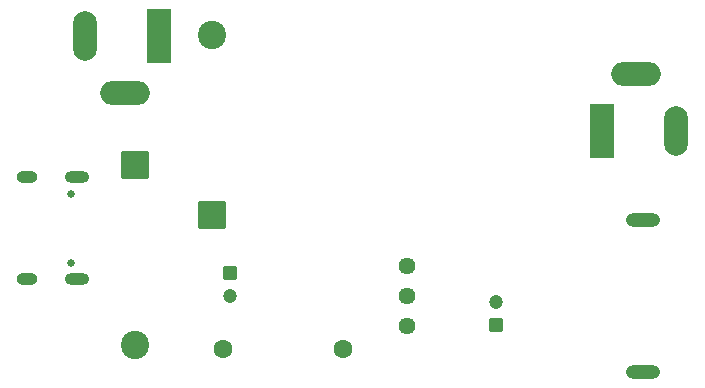
<source format=gbr>
%TF.GenerationSoftware,KiCad,Pcbnew,9.0.6*%
%TF.CreationDate,2026-01-01T16:42:10+02:00*%
%TF.ProjectId,RouterSupplySwitcherSource,526f7574-6572-4537-9570-706c79537769,rev?*%
%TF.SameCoordinates,Original*%
%TF.FileFunction,Soldermask,Bot*%
%TF.FilePolarity,Negative*%
%FSLAX46Y46*%
G04 Gerber Fmt 4.6, Leading zero omitted, Abs format (unit mm)*
G04 Created by KiCad (PCBNEW 9.0.6) date 2026-01-01 16:42:10*
%MOMM*%
%LPD*%
G01*
G04 APERTURE LIST*
G04 Aperture macros list*
%AMRoundRect*
0 Rectangle with rounded corners*
0 $1 Rounding radius*
0 $2 $3 $4 $5 $6 $7 $8 $9 X,Y pos of 4 corners*
0 Add a 4 corners polygon primitive as box body*
4,1,4,$2,$3,$4,$5,$6,$7,$8,$9,$2,$3,0*
0 Add four circle primitives for the rounded corners*
1,1,$1+$1,$2,$3*
1,1,$1+$1,$4,$5*
1,1,$1+$1,$6,$7*
1,1,$1+$1,$8,$9*
0 Add four rect primitives between the rounded corners*
20,1,$1+$1,$2,$3,$4,$5,0*
20,1,$1+$1,$4,$5,$6,$7,0*
20,1,$1+$1,$6,$7,$8,$9,0*
20,1,$1+$1,$8,$9,$2,$3,0*%
G04 Aperture macros list end*
%ADD10RoundRect,0.250000X-0.350000X0.350000X-0.350000X-0.350000X0.350000X-0.350000X0.350000X0.350000X0*%
%ADD11C,1.200000*%
%ADD12RoundRect,0.250000X0.350000X-0.350000X0.350000X0.350000X-0.350000X0.350000X-0.350000X-0.350000X0*%
%ADD13C,1.440000*%
%ADD14R,2.000000X4.600000*%
%ADD15O,2.000000X4.200000*%
%ADD16O,4.200000X2.000000*%
%ADD17O,2.900000X1.200000*%
%ADD18C,1.600000*%
%ADD19RoundRect,0.250001X-0.949999X0.949999X-0.949999X-0.949999X0.949999X-0.949999X0.949999X0.949999X0*%
%ADD20C,2.400000*%
%ADD21C,0.650000*%
%ADD22O,2.100000X1.000000*%
%ADD23O,1.800000X1.000000*%
%ADD24RoundRect,0.250001X0.949999X-0.949999X0.949999X0.949999X-0.949999X0.949999X-0.949999X-0.949999X0*%
G04 APERTURE END LIST*
D10*
%TO.C,C1*%
X122955000Y-98072401D03*
D11*
X122955000Y-100072401D03*
%TD*%
D12*
%TO.C,C4*%
X145455000Y-102517600D03*
D11*
X145455000Y-100517600D03*
%TD*%
D13*
%TO.C,RV1*%
X137955000Y-97465000D03*
X137955000Y-100005000D03*
X137955000Y-102545000D03*
%TD*%
D14*
%TO.C,J1*%
X116955000Y-78045000D03*
D15*
X110655000Y-78045000D03*
D16*
X114055000Y-82845000D03*
%TD*%
D17*
%TO.C,J3*%
X157905000Y-106445000D03*
X157905000Y-93645000D03*
%TD*%
D18*
%TO.C,R1*%
X132535000Y-104545000D03*
X122375000Y-104545000D03*
%TD*%
D19*
%TO.C,D2*%
X114955000Y-88925000D03*
D20*
X114955000Y-104165000D03*
%TD*%
D21*
%TO.C,P1*%
X109500000Y-91430000D03*
X109500000Y-97210000D03*
D22*
X110000000Y-90000000D03*
D23*
X105820000Y-90000000D03*
D22*
X110000000Y-98640000D03*
D23*
X105820000Y-98640000D03*
%TD*%
D24*
%TO.C,D1*%
X121455000Y-93165000D03*
D20*
X121455000Y-77925000D03*
%TD*%
D14*
%TO.C,J2*%
X154445000Y-86045000D03*
D15*
X160745000Y-86045000D03*
D16*
X157345000Y-81245000D03*
%TD*%
M02*

</source>
